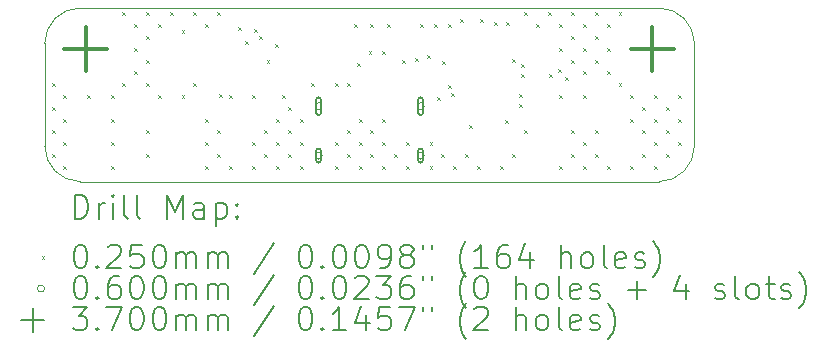
<source format=gbr>
%FSLAX45Y45*%
G04 Gerber Fmt 4.5, Leading zero omitted, Abs format (unit mm)*
G04 Created by KiCad (PCBNEW (6.0.0)) date 2022-02-03 13:29:59*
%MOMM*%
%LPD*%
G01*
G04 APERTURE LIST*
%TA.AperFunction,Profile*%
%ADD10C,0.050000*%
%TD*%
%ADD11C,0.200000*%
%ADD12C,0.025000*%
%ADD13C,0.060000*%
%ADD14C,0.370000*%
G04 APERTURE END LIST*
D10*
X11730000Y-9120000D02*
G75*
G03*
X12030000Y-9420000I300000J0D01*
G01*
X17230000Y-8250000D02*
X17230000Y-9120000D01*
X16930000Y-9420000D02*
X12030000Y-9420000D01*
X17230000Y-8250000D02*
G75*
G03*
X16930000Y-7950000I-300000J0D01*
G01*
X16930000Y-9420000D02*
G75*
G03*
X17230000Y-9120000I0J300000D01*
G01*
X12030000Y-7950000D02*
X16930000Y-7950000D01*
X12030000Y-7950000D02*
G75*
G03*
X11730000Y-8250000I0J-300000D01*
G01*
X11730000Y-8250000D02*
X11730000Y-9120000D01*
D11*
D12*
X11787500Y-8587500D02*
X11812500Y-8612500D01*
X11812500Y-8587500D02*
X11787500Y-8612500D01*
X11787500Y-8787500D02*
X11812500Y-8812500D01*
X11812500Y-8787500D02*
X11787500Y-8812500D01*
X11787500Y-8987500D02*
X11812500Y-9012500D01*
X11812500Y-8987500D02*
X11787500Y-9012500D01*
X11787500Y-9187500D02*
X11812500Y-9212500D01*
X11812500Y-9187500D02*
X11787500Y-9212500D01*
X11887500Y-8687500D02*
X11912500Y-8712500D01*
X11912500Y-8687500D02*
X11887500Y-8712500D01*
X11887500Y-8887500D02*
X11912500Y-8912500D01*
X11912500Y-8887500D02*
X11887500Y-8912500D01*
X11887500Y-9087500D02*
X11912500Y-9112500D01*
X11912500Y-9087500D02*
X11887500Y-9112500D01*
X11887500Y-9287500D02*
X11912500Y-9312500D01*
X11912500Y-9287500D02*
X11887500Y-9312500D01*
X12087500Y-8687500D02*
X12112500Y-8712500D01*
X12112500Y-8687500D02*
X12087500Y-8712500D01*
X12287500Y-8687500D02*
X12312500Y-8712500D01*
X12312500Y-8687500D02*
X12287500Y-8712500D01*
X12287500Y-8887500D02*
X12312500Y-8912500D01*
X12312500Y-8887500D02*
X12287500Y-8912500D01*
X12287500Y-9087500D02*
X12312500Y-9112500D01*
X12312500Y-9087500D02*
X12287500Y-9112500D01*
X12287500Y-9287500D02*
X12312500Y-9312500D01*
X12312500Y-9287500D02*
X12287500Y-9312500D01*
X12387500Y-7987500D02*
X12412500Y-8012500D01*
X12412500Y-7987500D02*
X12387500Y-8012500D01*
X12387500Y-8587500D02*
X12412500Y-8612500D01*
X12412500Y-8587500D02*
X12387500Y-8612500D01*
X12487500Y-8087500D02*
X12512500Y-8112500D01*
X12512500Y-8087500D02*
X12487500Y-8112500D01*
X12487500Y-8287500D02*
X12512500Y-8312500D01*
X12512500Y-8287500D02*
X12487500Y-8312500D01*
X12487500Y-8487500D02*
X12512500Y-8512500D01*
X12512500Y-8487500D02*
X12487500Y-8512500D01*
X12587500Y-7987500D02*
X12612500Y-8012500D01*
X12612500Y-7987500D02*
X12587500Y-8012500D01*
X12587500Y-8187500D02*
X12612500Y-8212500D01*
X12612500Y-8187500D02*
X12587500Y-8212500D01*
X12587500Y-8387500D02*
X12612500Y-8412500D01*
X12612500Y-8387500D02*
X12587500Y-8412500D01*
X12587500Y-8587500D02*
X12612500Y-8612500D01*
X12612500Y-8587500D02*
X12587500Y-8612500D01*
X12587500Y-8987500D02*
X12612500Y-9012500D01*
X12612500Y-8987500D02*
X12587500Y-9012500D01*
X12587500Y-9187500D02*
X12612500Y-9212500D01*
X12612500Y-9187500D02*
X12587500Y-9212500D01*
X12687500Y-8087500D02*
X12712500Y-8112500D01*
X12712500Y-8087500D02*
X12687500Y-8112500D01*
X12687500Y-8687500D02*
X12712500Y-8712500D01*
X12712500Y-8687500D02*
X12687500Y-8712500D01*
X12787500Y-7987500D02*
X12812500Y-8012500D01*
X12812500Y-7987500D02*
X12787500Y-8012500D01*
X12887500Y-8137500D02*
X12912500Y-8162500D01*
X12912500Y-8137500D02*
X12887500Y-8162500D01*
X12887500Y-8687500D02*
X12912500Y-8712500D01*
X12912500Y-8687500D02*
X12887500Y-8712500D01*
X12987500Y-7987500D02*
X13012500Y-8012500D01*
X13012500Y-7987500D02*
X12987500Y-8012500D01*
X12987500Y-8587500D02*
X13012500Y-8612500D01*
X13012500Y-8587500D02*
X12987500Y-8612500D01*
X13087500Y-8087500D02*
X13112500Y-8112500D01*
X13112500Y-8087500D02*
X13087500Y-8112500D01*
X13087500Y-8887500D02*
X13112500Y-8912500D01*
X13112500Y-8887500D02*
X13087500Y-8912500D01*
X13087500Y-9087500D02*
X13112500Y-9112500D01*
X13112500Y-9087500D02*
X13087500Y-9112500D01*
X13087500Y-9287500D02*
X13112500Y-9312500D01*
X13112500Y-9287500D02*
X13087500Y-9312500D01*
X13187500Y-7987500D02*
X13212500Y-8012500D01*
X13212500Y-7987500D02*
X13187500Y-8012500D01*
X13187500Y-8987500D02*
X13212500Y-9012500D01*
X13212500Y-8987500D02*
X13187500Y-9012500D01*
X13187500Y-9187500D02*
X13212500Y-9212500D01*
X13212500Y-9187500D02*
X13187500Y-9212500D01*
X13207500Y-8677500D02*
X13232500Y-8702500D01*
X13232500Y-8677500D02*
X13207500Y-8702500D01*
X13287500Y-8687500D02*
X13312500Y-8712500D01*
X13312500Y-8687500D02*
X13287500Y-8712500D01*
X13287500Y-9287500D02*
X13312500Y-9312500D01*
X13312500Y-9287500D02*
X13287500Y-9312500D01*
X13367500Y-8107950D02*
X13392500Y-8132950D01*
X13392500Y-8107950D02*
X13367500Y-8132950D01*
X13422500Y-8232500D02*
X13447500Y-8257500D01*
X13447500Y-8232500D02*
X13422500Y-8257500D01*
X13487500Y-8687500D02*
X13512500Y-8712500D01*
X13512500Y-8687500D02*
X13487500Y-8712500D01*
X13487500Y-9087500D02*
X13512500Y-9112500D01*
X13512500Y-9087500D02*
X13487500Y-9112500D01*
X13487500Y-9287500D02*
X13512500Y-9312500D01*
X13512500Y-9287500D02*
X13487500Y-9312500D01*
X13502500Y-8127500D02*
X13527500Y-8152500D01*
X13527500Y-8127500D02*
X13502500Y-8152500D01*
X13547500Y-8190000D02*
X13572500Y-8215000D01*
X13572500Y-8190000D02*
X13547500Y-8215000D01*
X13587500Y-8987500D02*
X13612500Y-9012500D01*
X13612500Y-8987500D02*
X13587500Y-9012500D01*
X13587500Y-9187500D02*
X13612500Y-9212500D01*
X13612500Y-9187500D02*
X13587500Y-9212500D01*
X13607500Y-8387500D02*
X13632500Y-8412500D01*
X13632500Y-8387500D02*
X13607500Y-8412500D01*
X13682500Y-8257500D02*
X13707500Y-8282500D01*
X13707500Y-8257500D02*
X13682500Y-8282500D01*
X13687500Y-8887500D02*
X13712500Y-8912500D01*
X13712500Y-8887500D02*
X13687500Y-8912500D01*
X13687500Y-9087500D02*
X13712500Y-9112500D01*
X13712500Y-9087500D02*
X13687500Y-9112500D01*
X13687500Y-9287500D02*
X13712500Y-9312500D01*
X13712500Y-9287500D02*
X13687500Y-9312500D01*
X13742500Y-8687500D02*
X13767500Y-8712500D01*
X13767500Y-8687500D02*
X13742500Y-8712500D01*
X13787500Y-8787500D02*
X13812500Y-8812500D01*
X13812500Y-8787500D02*
X13787500Y-8812500D01*
X13787500Y-8987500D02*
X13812500Y-9012500D01*
X13812500Y-8987500D02*
X13787500Y-9012500D01*
X13787500Y-9187500D02*
X13812500Y-9212500D01*
X13812500Y-9187500D02*
X13787500Y-9212500D01*
X13887500Y-8887500D02*
X13912500Y-8912500D01*
X13912500Y-8887500D02*
X13887500Y-8912500D01*
X13887500Y-9087500D02*
X13912500Y-9112500D01*
X13912500Y-9087500D02*
X13887500Y-9112500D01*
X13887500Y-9287500D02*
X13912500Y-9312500D01*
X13912500Y-9287500D02*
X13887500Y-9312500D01*
X13987500Y-8587500D02*
X14012500Y-8612500D01*
X14012500Y-8587500D02*
X13987500Y-8612500D01*
X14187500Y-8587500D02*
X14212500Y-8612500D01*
X14212500Y-8587500D02*
X14187500Y-8612500D01*
X14187500Y-9087500D02*
X14212500Y-9112500D01*
X14212500Y-9087500D02*
X14187500Y-9112500D01*
X14187500Y-9287500D02*
X14212500Y-9312500D01*
X14212500Y-9287500D02*
X14187500Y-9312500D01*
X14287500Y-8587500D02*
X14312500Y-8612500D01*
X14312500Y-8587500D02*
X14287500Y-8612500D01*
X14287500Y-8987500D02*
X14312500Y-9012500D01*
X14312500Y-8987500D02*
X14287500Y-9012500D01*
X14287500Y-9187500D02*
X14312500Y-9212500D01*
X14312500Y-9187500D02*
X14287500Y-9212500D01*
X14347500Y-8087500D02*
X14372500Y-8112500D01*
X14372500Y-8087500D02*
X14347500Y-8112500D01*
X14372500Y-8414500D02*
X14397500Y-8439500D01*
X14397500Y-8414500D02*
X14372500Y-8439500D01*
X14387500Y-8887500D02*
X14412500Y-8912500D01*
X14412500Y-8887500D02*
X14387500Y-8912500D01*
X14387500Y-9087500D02*
X14412500Y-9112500D01*
X14412500Y-9087500D02*
X14387500Y-9112500D01*
X14387500Y-9287500D02*
X14412500Y-9312500D01*
X14412500Y-9287500D02*
X14387500Y-9312500D01*
X14470909Y-8313554D02*
X14495909Y-8338554D01*
X14495909Y-8313554D02*
X14470909Y-8338554D01*
X14487500Y-8087500D02*
X14512500Y-8112500D01*
X14512500Y-8087500D02*
X14487500Y-8112500D01*
X14487500Y-8987500D02*
X14512500Y-9012500D01*
X14512500Y-8987500D02*
X14487500Y-9012500D01*
X14487500Y-9187500D02*
X14512500Y-9212500D01*
X14512500Y-9187500D02*
X14487500Y-9212500D01*
X14587447Y-8312550D02*
X14612447Y-8337550D01*
X14612447Y-8312550D02*
X14587447Y-8337550D01*
X14587500Y-8887500D02*
X14612500Y-8912500D01*
X14612500Y-8887500D02*
X14587500Y-8912500D01*
X14587500Y-9087500D02*
X14612500Y-9112500D01*
X14612500Y-9087500D02*
X14587500Y-9112500D01*
X14587500Y-9287500D02*
X14612500Y-9312500D01*
X14612500Y-9287500D02*
X14587500Y-9312500D01*
X14627500Y-8087500D02*
X14652500Y-8112500D01*
X14652500Y-8087500D02*
X14627500Y-8112500D01*
X14687500Y-9187500D02*
X14712500Y-9212500D01*
X14712500Y-9187500D02*
X14687500Y-9212500D01*
X14757500Y-8387500D02*
X14782500Y-8412500D01*
X14782500Y-8387500D02*
X14757500Y-8412500D01*
X14787500Y-9087500D02*
X14812500Y-9112500D01*
X14812500Y-9087500D02*
X14787500Y-9112500D01*
X14787500Y-9287500D02*
X14812500Y-9312500D01*
X14812500Y-9287500D02*
X14787500Y-9312500D01*
X14862500Y-8372500D02*
X14887500Y-8397500D01*
X14887500Y-8372500D02*
X14862500Y-8397500D01*
X14907500Y-8087500D02*
X14932500Y-8112500D01*
X14932500Y-8087500D02*
X14907500Y-8112500D01*
X14967500Y-8347500D02*
X14992500Y-8372500D01*
X14992500Y-8347500D02*
X14967500Y-8372500D01*
X14987500Y-9087500D02*
X15012500Y-9112500D01*
X15012500Y-9087500D02*
X14987500Y-9112500D01*
X14987500Y-9287500D02*
X15012500Y-9312500D01*
X15012500Y-9287500D02*
X14987500Y-9312500D01*
X15027500Y-8087500D02*
X15052500Y-8112500D01*
X15052500Y-8087500D02*
X15027500Y-8112500D01*
X15047500Y-8707500D02*
X15072500Y-8732500D01*
X15072500Y-8707500D02*
X15047500Y-8732500D01*
X15087500Y-9187500D02*
X15112500Y-9212500D01*
X15112500Y-9187500D02*
X15087500Y-9212500D01*
X15092724Y-8397827D02*
X15117724Y-8422827D01*
X15117724Y-8397827D02*
X15092724Y-8422827D01*
X15142500Y-8602500D02*
X15167500Y-8627500D01*
X15167500Y-8602500D02*
X15142500Y-8627500D01*
X15147500Y-8087500D02*
X15172500Y-8112500D01*
X15172500Y-8087500D02*
X15147500Y-8112500D01*
X15172500Y-8672500D02*
X15197500Y-8697500D01*
X15197500Y-8672500D02*
X15172500Y-8697500D01*
X15187500Y-9287500D02*
X15212500Y-9312500D01*
X15212500Y-9287500D02*
X15187500Y-9312500D01*
X15247500Y-8047500D02*
X15272500Y-8072500D01*
X15272500Y-8047500D02*
X15247500Y-8072500D01*
X15287500Y-9187500D02*
X15312500Y-9212500D01*
X15312500Y-9187500D02*
X15287500Y-9212500D01*
X15322500Y-8942500D02*
X15347500Y-8967500D01*
X15347500Y-8942500D02*
X15322500Y-8967500D01*
X15387500Y-9287500D02*
X15412500Y-9312500D01*
X15412500Y-9287500D02*
X15387500Y-9312500D01*
X15417500Y-8047500D02*
X15442500Y-8072500D01*
X15442500Y-8047500D02*
X15417500Y-8072500D01*
X15537500Y-8067500D02*
X15562500Y-8092500D01*
X15562500Y-8067500D02*
X15537500Y-8092500D01*
X15587500Y-9287500D02*
X15612500Y-9312500D01*
X15612500Y-9287500D02*
X15587500Y-9312500D01*
X15627500Y-8897500D02*
X15652500Y-8922500D01*
X15652500Y-8897500D02*
X15627500Y-8922500D01*
X15637500Y-8072500D02*
X15662500Y-8097500D01*
X15662500Y-8072500D02*
X15637500Y-8097500D01*
X15687500Y-8380550D02*
X15712500Y-8405550D01*
X15712500Y-8380550D02*
X15687500Y-8405550D01*
X15687500Y-9187500D02*
X15712500Y-9212500D01*
X15712500Y-9187500D02*
X15687500Y-9212500D01*
X15742500Y-8682500D02*
X15767500Y-8707500D01*
X15767500Y-8682500D02*
X15742500Y-8707500D01*
X15742500Y-8767500D02*
X15767500Y-8792500D01*
X15767500Y-8767500D02*
X15742500Y-8792500D01*
X15762500Y-8422500D02*
X15787500Y-8447500D01*
X15787500Y-8422500D02*
X15762500Y-8447500D01*
X15762500Y-8512500D02*
X15787500Y-8537500D01*
X15787500Y-8512500D02*
X15762500Y-8537500D01*
X15787500Y-7987500D02*
X15812500Y-8012500D01*
X15812500Y-7987500D02*
X15787500Y-8012500D01*
X15787500Y-8987500D02*
X15812500Y-9012500D01*
X15812500Y-8987500D02*
X15787500Y-9012500D01*
X15887500Y-8087500D02*
X15912500Y-8112500D01*
X15912500Y-8087500D02*
X15887500Y-8112500D01*
X15987500Y-7987500D02*
X16012500Y-8012500D01*
X16012500Y-7987500D02*
X15987500Y-8012500D01*
X15997500Y-8507500D02*
X16022500Y-8532500D01*
X16022500Y-8507500D02*
X15997500Y-8532500D01*
X16072500Y-8467500D02*
X16097500Y-8492500D01*
X16097500Y-8467500D02*
X16072500Y-8492500D01*
X16087500Y-8087500D02*
X16112500Y-8112500D01*
X16112500Y-8087500D02*
X16087500Y-8112500D01*
X16087500Y-8287500D02*
X16112500Y-8312500D01*
X16112500Y-8287500D02*
X16087500Y-8312500D01*
X16087500Y-8687500D02*
X16112500Y-8712500D01*
X16112500Y-8687500D02*
X16087500Y-8712500D01*
X16087500Y-9287500D02*
X16112500Y-9312500D01*
X16112500Y-9287500D02*
X16087500Y-9312500D01*
X16132500Y-8537500D02*
X16157500Y-8562500D01*
X16157500Y-8537500D02*
X16132500Y-8562500D01*
X16187500Y-7987500D02*
X16212500Y-8012500D01*
X16212500Y-7987500D02*
X16187500Y-8012500D01*
X16187500Y-8187500D02*
X16212500Y-8212500D01*
X16212500Y-8187500D02*
X16187500Y-8212500D01*
X16187500Y-8387500D02*
X16212500Y-8412500D01*
X16212500Y-8387500D02*
X16187500Y-8412500D01*
X16187500Y-8987500D02*
X16212500Y-9012500D01*
X16212500Y-8987500D02*
X16187500Y-9012500D01*
X16187500Y-9187500D02*
X16212500Y-9212500D01*
X16212500Y-9187500D02*
X16187500Y-9212500D01*
X16287500Y-8087500D02*
X16312500Y-8112500D01*
X16312500Y-8087500D02*
X16287500Y-8112500D01*
X16287500Y-8287500D02*
X16312500Y-8312500D01*
X16312500Y-8287500D02*
X16287500Y-8312500D01*
X16287500Y-8487500D02*
X16312500Y-8512500D01*
X16312500Y-8487500D02*
X16287500Y-8512500D01*
X16287500Y-8687500D02*
X16312500Y-8712500D01*
X16312500Y-8687500D02*
X16287500Y-8712500D01*
X16287500Y-9087500D02*
X16312500Y-9112500D01*
X16312500Y-9087500D02*
X16287500Y-9112500D01*
X16287500Y-9287500D02*
X16312500Y-9312500D01*
X16312500Y-9287500D02*
X16287500Y-9312500D01*
X16387500Y-7987500D02*
X16412500Y-8012500D01*
X16412500Y-7987500D02*
X16387500Y-8012500D01*
X16387500Y-8187500D02*
X16412500Y-8212500D01*
X16412500Y-8187500D02*
X16387500Y-8212500D01*
X16387500Y-8387500D02*
X16412500Y-8412500D01*
X16412500Y-8387500D02*
X16387500Y-8412500D01*
X16387500Y-8987500D02*
X16412500Y-9012500D01*
X16412500Y-8987500D02*
X16387500Y-9012500D01*
X16387500Y-9187500D02*
X16412500Y-9212500D01*
X16412500Y-9187500D02*
X16387500Y-9212500D01*
X16487500Y-8087500D02*
X16512500Y-8112500D01*
X16512500Y-8087500D02*
X16487500Y-8112500D01*
X16487500Y-8287500D02*
X16512500Y-8312500D01*
X16512500Y-8287500D02*
X16487500Y-8312500D01*
X16487500Y-8487500D02*
X16512500Y-8512500D01*
X16512500Y-8487500D02*
X16487500Y-8512500D01*
X16487500Y-9287500D02*
X16512500Y-9312500D01*
X16512500Y-9287500D02*
X16487500Y-9312500D01*
X16587500Y-7987500D02*
X16612500Y-8012500D01*
X16612500Y-7987500D02*
X16587500Y-8012500D01*
X16587500Y-8587500D02*
X16612500Y-8612500D01*
X16612500Y-8587500D02*
X16587500Y-8612500D01*
X16687500Y-8687500D02*
X16712500Y-8712500D01*
X16712500Y-8687500D02*
X16687500Y-8712500D01*
X16687500Y-8887500D02*
X16712500Y-8912500D01*
X16712500Y-8887500D02*
X16687500Y-8912500D01*
X16687500Y-9287500D02*
X16712500Y-9312500D01*
X16712500Y-9287500D02*
X16687500Y-9312500D01*
X16787500Y-8787500D02*
X16812500Y-8812500D01*
X16812500Y-8787500D02*
X16787500Y-8812500D01*
X16787500Y-8987500D02*
X16812500Y-9012500D01*
X16812500Y-8987500D02*
X16787500Y-9012500D01*
X16787500Y-9187500D02*
X16812500Y-9212500D01*
X16812500Y-9187500D02*
X16787500Y-9212500D01*
X16887500Y-8687500D02*
X16912500Y-8712500D01*
X16912500Y-8687500D02*
X16887500Y-8712500D01*
X16887500Y-8887500D02*
X16912500Y-8912500D01*
X16912500Y-8887500D02*
X16887500Y-8912500D01*
X16887500Y-9087500D02*
X16912500Y-9112500D01*
X16912500Y-9087500D02*
X16887500Y-9112500D01*
X16887500Y-9287500D02*
X16912500Y-9312500D01*
X16912500Y-9287500D02*
X16887500Y-9312500D01*
X16987500Y-8787500D02*
X17012500Y-8812500D01*
X17012500Y-8787500D02*
X16987500Y-8812500D01*
X16987500Y-8987500D02*
X17012500Y-9012500D01*
X17012500Y-8987500D02*
X16987500Y-9012500D01*
X16987500Y-9187500D02*
X17012500Y-9212500D01*
X17012500Y-9187500D02*
X16987500Y-9212500D01*
X17087500Y-8687500D02*
X17112500Y-8712500D01*
X17112500Y-8687500D02*
X17087500Y-8712500D01*
X17087500Y-8887500D02*
X17112500Y-8912500D01*
X17112500Y-8887500D02*
X17087500Y-8912500D01*
X17087500Y-9087500D02*
X17112500Y-9112500D01*
X17112500Y-9087500D02*
X17087500Y-9112500D01*
D13*
X14078000Y-8782000D02*
G75*
G03*
X14078000Y-8782000I-30000J0D01*
G01*
D11*
X14028000Y-8727000D02*
X14028000Y-8837000D01*
X14068000Y-8727000D02*
X14068000Y-8837000D01*
X14028000Y-8837000D02*
G75*
G03*
X14068000Y-8837000I20000J0D01*
G01*
X14068000Y-8727000D02*
G75*
G03*
X14028000Y-8727000I-20000J0D01*
G01*
D13*
X14078000Y-9200000D02*
G75*
G03*
X14078000Y-9200000I-30000J0D01*
G01*
D11*
X14028000Y-9160000D02*
X14028000Y-9240000D01*
X14068000Y-9160000D02*
X14068000Y-9240000D01*
X14028000Y-9240000D02*
G75*
G03*
X14068000Y-9240000I20000J0D01*
G01*
X14068000Y-9160000D02*
G75*
G03*
X14028000Y-9160000I-20000J0D01*
G01*
D13*
X14942000Y-8782000D02*
G75*
G03*
X14942000Y-8782000I-30000J0D01*
G01*
D11*
X14892000Y-8727000D02*
X14892000Y-8837000D01*
X14932000Y-8727000D02*
X14932000Y-8837000D01*
X14892000Y-8837000D02*
G75*
G03*
X14932000Y-8837000I20000J0D01*
G01*
X14932000Y-8727000D02*
G75*
G03*
X14892000Y-8727000I-20000J0D01*
G01*
D13*
X14942000Y-9200000D02*
G75*
G03*
X14942000Y-9200000I-30000J0D01*
G01*
D11*
X14892000Y-9160000D02*
X14892000Y-9240000D01*
X14932000Y-9160000D02*
X14932000Y-9240000D01*
X14892000Y-9240000D02*
G75*
G03*
X14932000Y-9240000I20000J0D01*
G01*
X14932000Y-9160000D02*
G75*
G03*
X14892000Y-9160000I-20000J0D01*
G01*
D14*
X12075000Y-8110000D02*
X12075000Y-8480000D01*
X11890000Y-8295000D02*
X12260000Y-8295000D01*
X16875000Y-8110000D02*
X16875000Y-8480000D01*
X16690000Y-8295000D02*
X17060000Y-8295000D01*
D11*
X11985119Y-9732976D02*
X11985119Y-9532976D01*
X12032738Y-9532976D01*
X12061309Y-9542500D01*
X12080357Y-9561548D01*
X12089881Y-9580595D01*
X12099405Y-9618690D01*
X12099405Y-9647262D01*
X12089881Y-9685357D01*
X12080357Y-9704405D01*
X12061309Y-9723452D01*
X12032738Y-9732976D01*
X11985119Y-9732976D01*
X12185119Y-9732976D02*
X12185119Y-9599643D01*
X12185119Y-9637738D02*
X12194643Y-9618690D01*
X12204167Y-9609167D01*
X12223214Y-9599643D01*
X12242262Y-9599643D01*
X12308928Y-9732976D02*
X12308928Y-9599643D01*
X12308928Y-9532976D02*
X12299405Y-9542500D01*
X12308928Y-9552024D01*
X12318452Y-9542500D01*
X12308928Y-9532976D01*
X12308928Y-9552024D01*
X12432738Y-9732976D02*
X12413690Y-9723452D01*
X12404167Y-9704405D01*
X12404167Y-9532976D01*
X12537500Y-9732976D02*
X12518452Y-9723452D01*
X12508928Y-9704405D01*
X12508928Y-9532976D01*
X12766071Y-9732976D02*
X12766071Y-9532976D01*
X12832738Y-9675833D01*
X12899405Y-9532976D01*
X12899405Y-9732976D01*
X13080357Y-9732976D02*
X13080357Y-9628214D01*
X13070833Y-9609167D01*
X13051786Y-9599643D01*
X13013690Y-9599643D01*
X12994643Y-9609167D01*
X13080357Y-9723452D02*
X13061309Y-9732976D01*
X13013690Y-9732976D01*
X12994643Y-9723452D01*
X12985119Y-9704405D01*
X12985119Y-9685357D01*
X12994643Y-9666310D01*
X13013690Y-9656786D01*
X13061309Y-9656786D01*
X13080357Y-9647262D01*
X13175595Y-9599643D02*
X13175595Y-9799643D01*
X13175595Y-9609167D02*
X13194643Y-9599643D01*
X13232738Y-9599643D01*
X13251786Y-9609167D01*
X13261309Y-9618690D01*
X13270833Y-9637738D01*
X13270833Y-9694881D01*
X13261309Y-9713929D01*
X13251786Y-9723452D01*
X13232738Y-9732976D01*
X13194643Y-9732976D01*
X13175595Y-9723452D01*
X13356548Y-9713929D02*
X13366071Y-9723452D01*
X13356548Y-9732976D01*
X13347024Y-9723452D01*
X13356548Y-9713929D01*
X13356548Y-9732976D01*
X13356548Y-9609167D02*
X13366071Y-9618690D01*
X13356548Y-9628214D01*
X13347024Y-9618690D01*
X13356548Y-9609167D01*
X13356548Y-9628214D01*
D12*
X11702500Y-10050000D02*
X11727500Y-10075000D01*
X11727500Y-10050000D02*
X11702500Y-10075000D01*
D11*
X12023214Y-9952976D02*
X12042262Y-9952976D01*
X12061309Y-9962500D01*
X12070833Y-9972024D01*
X12080357Y-9991071D01*
X12089881Y-10029167D01*
X12089881Y-10076786D01*
X12080357Y-10114881D01*
X12070833Y-10133929D01*
X12061309Y-10143452D01*
X12042262Y-10152976D01*
X12023214Y-10152976D01*
X12004167Y-10143452D01*
X11994643Y-10133929D01*
X11985119Y-10114881D01*
X11975595Y-10076786D01*
X11975595Y-10029167D01*
X11985119Y-9991071D01*
X11994643Y-9972024D01*
X12004167Y-9962500D01*
X12023214Y-9952976D01*
X12175595Y-10133929D02*
X12185119Y-10143452D01*
X12175595Y-10152976D01*
X12166071Y-10143452D01*
X12175595Y-10133929D01*
X12175595Y-10152976D01*
X12261309Y-9972024D02*
X12270833Y-9962500D01*
X12289881Y-9952976D01*
X12337500Y-9952976D01*
X12356548Y-9962500D01*
X12366071Y-9972024D01*
X12375595Y-9991071D01*
X12375595Y-10010119D01*
X12366071Y-10038690D01*
X12251786Y-10152976D01*
X12375595Y-10152976D01*
X12556548Y-9952976D02*
X12461309Y-9952976D01*
X12451786Y-10048214D01*
X12461309Y-10038690D01*
X12480357Y-10029167D01*
X12527976Y-10029167D01*
X12547024Y-10038690D01*
X12556548Y-10048214D01*
X12566071Y-10067262D01*
X12566071Y-10114881D01*
X12556548Y-10133929D01*
X12547024Y-10143452D01*
X12527976Y-10152976D01*
X12480357Y-10152976D01*
X12461309Y-10143452D01*
X12451786Y-10133929D01*
X12689881Y-9952976D02*
X12708928Y-9952976D01*
X12727976Y-9962500D01*
X12737500Y-9972024D01*
X12747024Y-9991071D01*
X12756548Y-10029167D01*
X12756548Y-10076786D01*
X12747024Y-10114881D01*
X12737500Y-10133929D01*
X12727976Y-10143452D01*
X12708928Y-10152976D01*
X12689881Y-10152976D01*
X12670833Y-10143452D01*
X12661309Y-10133929D01*
X12651786Y-10114881D01*
X12642262Y-10076786D01*
X12642262Y-10029167D01*
X12651786Y-9991071D01*
X12661309Y-9972024D01*
X12670833Y-9962500D01*
X12689881Y-9952976D01*
X12842262Y-10152976D02*
X12842262Y-10019643D01*
X12842262Y-10038690D02*
X12851786Y-10029167D01*
X12870833Y-10019643D01*
X12899405Y-10019643D01*
X12918452Y-10029167D01*
X12927976Y-10048214D01*
X12927976Y-10152976D01*
X12927976Y-10048214D02*
X12937500Y-10029167D01*
X12956548Y-10019643D01*
X12985119Y-10019643D01*
X13004167Y-10029167D01*
X13013690Y-10048214D01*
X13013690Y-10152976D01*
X13108928Y-10152976D02*
X13108928Y-10019643D01*
X13108928Y-10038690D02*
X13118452Y-10029167D01*
X13137500Y-10019643D01*
X13166071Y-10019643D01*
X13185119Y-10029167D01*
X13194643Y-10048214D01*
X13194643Y-10152976D01*
X13194643Y-10048214D02*
X13204167Y-10029167D01*
X13223214Y-10019643D01*
X13251786Y-10019643D01*
X13270833Y-10029167D01*
X13280357Y-10048214D01*
X13280357Y-10152976D01*
X13670833Y-9943452D02*
X13499405Y-10200595D01*
X13927976Y-9952976D02*
X13947024Y-9952976D01*
X13966071Y-9962500D01*
X13975595Y-9972024D01*
X13985119Y-9991071D01*
X13994643Y-10029167D01*
X13994643Y-10076786D01*
X13985119Y-10114881D01*
X13975595Y-10133929D01*
X13966071Y-10143452D01*
X13947024Y-10152976D01*
X13927976Y-10152976D01*
X13908928Y-10143452D01*
X13899405Y-10133929D01*
X13889881Y-10114881D01*
X13880357Y-10076786D01*
X13880357Y-10029167D01*
X13889881Y-9991071D01*
X13899405Y-9972024D01*
X13908928Y-9962500D01*
X13927976Y-9952976D01*
X14080357Y-10133929D02*
X14089881Y-10143452D01*
X14080357Y-10152976D01*
X14070833Y-10143452D01*
X14080357Y-10133929D01*
X14080357Y-10152976D01*
X14213690Y-9952976D02*
X14232738Y-9952976D01*
X14251786Y-9962500D01*
X14261309Y-9972024D01*
X14270833Y-9991071D01*
X14280357Y-10029167D01*
X14280357Y-10076786D01*
X14270833Y-10114881D01*
X14261309Y-10133929D01*
X14251786Y-10143452D01*
X14232738Y-10152976D01*
X14213690Y-10152976D01*
X14194643Y-10143452D01*
X14185119Y-10133929D01*
X14175595Y-10114881D01*
X14166071Y-10076786D01*
X14166071Y-10029167D01*
X14175595Y-9991071D01*
X14185119Y-9972024D01*
X14194643Y-9962500D01*
X14213690Y-9952976D01*
X14404167Y-9952976D02*
X14423214Y-9952976D01*
X14442262Y-9962500D01*
X14451786Y-9972024D01*
X14461309Y-9991071D01*
X14470833Y-10029167D01*
X14470833Y-10076786D01*
X14461309Y-10114881D01*
X14451786Y-10133929D01*
X14442262Y-10143452D01*
X14423214Y-10152976D01*
X14404167Y-10152976D01*
X14385119Y-10143452D01*
X14375595Y-10133929D01*
X14366071Y-10114881D01*
X14356548Y-10076786D01*
X14356548Y-10029167D01*
X14366071Y-9991071D01*
X14375595Y-9972024D01*
X14385119Y-9962500D01*
X14404167Y-9952976D01*
X14566071Y-10152976D02*
X14604167Y-10152976D01*
X14623214Y-10143452D01*
X14632738Y-10133929D01*
X14651786Y-10105357D01*
X14661309Y-10067262D01*
X14661309Y-9991071D01*
X14651786Y-9972024D01*
X14642262Y-9962500D01*
X14623214Y-9952976D01*
X14585119Y-9952976D01*
X14566071Y-9962500D01*
X14556548Y-9972024D01*
X14547024Y-9991071D01*
X14547024Y-10038690D01*
X14556548Y-10057738D01*
X14566071Y-10067262D01*
X14585119Y-10076786D01*
X14623214Y-10076786D01*
X14642262Y-10067262D01*
X14651786Y-10057738D01*
X14661309Y-10038690D01*
X14775595Y-10038690D02*
X14756548Y-10029167D01*
X14747024Y-10019643D01*
X14737500Y-10000595D01*
X14737500Y-9991071D01*
X14747024Y-9972024D01*
X14756548Y-9962500D01*
X14775595Y-9952976D01*
X14813690Y-9952976D01*
X14832738Y-9962500D01*
X14842262Y-9972024D01*
X14851786Y-9991071D01*
X14851786Y-10000595D01*
X14842262Y-10019643D01*
X14832738Y-10029167D01*
X14813690Y-10038690D01*
X14775595Y-10038690D01*
X14756548Y-10048214D01*
X14747024Y-10057738D01*
X14737500Y-10076786D01*
X14737500Y-10114881D01*
X14747024Y-10133929D01*
X14756548Y-10143452D01*
X14775595Y-10152976D01*
X14813690Y-10152976D01*
X14832738Y-10143452D01*
X14842262Y-10133929D01*
X14851786Y-10114881D01*
X14851786Y-10076786D01*
X14842262Y-10057738D01*
X14832738Y-10048214D01*
X14813690Y-10038690D01*
X14927976Y-9952976D02*
X14927976Y-9991071D01*
X15004167Y-9952976D02*
X15004167Y-9991071D01*
X15299405Y-10229167D02*
X15289881Y-10219643D01*
X15270833Y-10191071D01*
X15261309Y-10172024D01*
X15251786Y-10143452D01*
X15242262Y-10095833D01*
X15242262Y-10057738D01*
X15251786Y-10010119D01*
X15261309Y-9981548D01*
X15270833Y-9962500D01*
X15289881Y-9933929D01*
X15299405Y-9924405D01*
X15480357Y-10152976D02*
X15366071Y-10152976D01*
X15423214Y-10152976D02*
X15423214Y-9952976D01*
X15404167Y-9981548D01*
X15385119Y-10000595D01*
X15366071Y-10010119D01*
X15651786Y-9952976D02*
X15613690Y-9952976D01*
X15594643Y-9962500D01*
X15585119Y-9972024D01*
X15566071Y-10000595D01*
X15556548Y-10038690D01*
X15556548Y-10114881D01*
X15566071Y-10133929D01*
X15575595Y-10143452D01*
X15594643Y-10152976D01*
X15632738Y-10152976D01*
X15651786Y-10143452D01*
X15661309Y-10133929D01*
X15670833Y-10114881D01*
X15670833Y-10067262D01*
X15661309Y-10048214D01*
X15651786Y-10038690D01*
X15632738Y-10029167D01*
X15594643Y-10029167D01*
X15575595Y-10038690D01*
X15566071Y-10048214D01*
X15556548Y-10067262D01*
X15842262Y-10019643D02*
X15842262Y-10152976D01*
X15794643Y-9943452D02*
X15747024Y-10086310D01*
X15870833Y-10086310D01*
X16099405Y-10152976D02*
X16099405Y-9952976D01*
X16185119Y-10152976D02*
X16185119Y-10048214D01*
X16175595Y-10029167D01*
X16156548Y-10019643D01*
X16127976Y-10019643D01*
X16108928Y-10029167D01*
X16099405Y-10038690D01*
X16308928Y-10152976D02*
X16289881Y-10143452D01*
X16280357Y-10133929D01*
X16270833Y-10114881D01*
X16270833Y-10057738D01*
X16280357Y-10038690D01*
X16289881Y-10029167D01*
X16308928Y-10019643D01*
X16337500Y-10019643D01*
X16356548Y-10029167D01*
X16366071Y-10038690D01*
X16375595Y-10057738D01*
X16375595Y-10114881D01*
X16366071Y-10133929D01*
X16356548Y-10143452D01*
X16337500Y-10152976D01*
X16308928Y-10152976D01*
X16489881Y-10152976D02*
X16470833Y-10143452D01*
X16461309Y-10124405D01*
X16461309Y-9952976D01*
X16642262Y-10143452D02*
X16623214Y-10152976D01*
X16585119Y-10152976D01*
X16566071Y-10143452D01*
X16556548Y-10124405D01*
X16556548Y-10048214D01*
X16566071Y-10029167D01*
X16585119Y-10019643D01*
X16623214Y-10019643D01*
X16642262Y-10029167D01*
X16651786Y-10048214D01*
X16651786Y-10067262D01*
X16556548Y-10086310D01*
X16727976Y-10143452D02*
X16747024Y-10152976D01*
X16785119Y-10152976D01*
X16804167Y-10143452D01*
X16813690Y-10124405D01*
X16813690Y-10114881D01*
X16804167Y-10095833D01*
X16785119Y-10086310D01*
X16756548Y-10086310D01*
X16737500Y-10076786D01*
X16727976Y-10057738D01*
X16727976Y-10048214D01*
X16737500Y-10029167D01*
X16756548Y-10019643D01*
X16785119Y-10019643D01*
X16804167Y-10029167D01*
X16880357Y-10229167D02*
X16889881Y-10219643D01*
X16908929Y-10191071D01*
X16918452Y-10172024D01*
X16927976Y-10143452D01*
X16937500Y-10095833D01*
X16937500Y-10057738D01*
X16927976Y-10010119D01*
X16918452Y-9981548D01*
X16908929Y-9962500D01*
X16889881Y-9933929D01*
X16880357Y-9924405D01*
D13*
X11727500Y-10326500D02*
G75*
G03*
X11727500Y-10326500I-30000J0D01*
G01*
D11*
X12023214Y-10216976D02*
X12042262Y-10216976D01*
X12061309Y-10226500D01*
X12070833Y-10236024D01*
X12080357Y-10255071D01*
X12089881Y-10293167D01*
X12089881Y-10340786D01*
X12080357Y-10378881D01*
X12070833Y-10397929D01*
X12061309Y-10407452D01*
X12042262Y-10416976D01*
X12023214Y-10416976D01*
X12004167Y-10407452D01*
X11994643Y-10397929D01*
X11985119Y-10378881D01*
X11975595Y-10340786D01*
X11975595Y-10293167D01*
X11985119Y-10255071D01*
X11994643Y-10236024D01*
X12004167Y-10226500D01*
X12023214Y-10216976D01*
X12175595Y-10397929D02*
X12185119Y-10407452D01*
X12175595Y-10416976D01*
X12166071Y-10407452D01*
X12175595Y-10397929D01*
X12175595Y-10416976D01*
X12356548Y-10216976D02*
X12318452Y-10216976D01*
X12299405Y-10226500D01*
X12289881Y-10236024D01*
X12270833Y-10264595D01*
X12261309Y-10302690D01*
X12261309Y-10378881D01*
X12270833Y-10397929D01*
X12280357Y-10407452D01*
X12299405Y-10416976D01*
X12337500Y-10416976D01*
X12356548Y-10407452D01*
X12366071Y-10397929D01*
X12375595Y-10378881D01*
X12375595Y-10331262D01*
X12366071Y-10312214D01*
X12356548Y-10302690D01*
X12337500Y-10293167D01*
X12299405Y-10293167D01*
X12280357Y-10302690D01*
X12270833Y-10312214D01*
X12261309Y-10331262D01*
X12499405Y-10216976D02*
X12518452Y-10216976D01*
X12537500Y-10226500D01*
X12547024Y-10236024D01*
X12556548Y-10255071D01*
X12566071Y-10293167D01*
X12566071Y-10340786D01*
X12556548Y-10378881D01*
X12547024Y-10397929D01*
X12537500Y-10407452D01*
X12518452Y-10416976D01*
X12499405Y-10416976D01*
X12480357Y-10407452D01*
X12470833Y-10397929D01*
X12461309Y-10378881D01*
X12451786Y-10340786D01*
X12451786Y-10293167D01*
X12461309Y-10255071D01*
X12470833Y-10236024D01*
X12480357Y-10226500D01*
X12499405Y-10216976D01*
X12689881Y-10216976D02*
X12708928Y-10216976D01*
X12727976Y-10226500D01*
X12737500Y-10236024D01*
X12747024Y-10255071D01*
X12756548Y-10293167D01*
X12756548Y-10340786D01*
X12747024Y-10378881D01*
X12737500Y-10397929D01*
X12727976Y-10407452D01*
X12708928Y-10416976D01*
X12689881Y-10416976D01*
X12670833Y-10407452D01*
X12661309Y-10397929D01*
X12651786Y-10378881D01*
X12642262Y-10340786D01*
X12642262Y-10293167D01*
X12651786Y-10255071D01*
X12661309Y-10236024D01*
X12670833Y-10226500D01*
X12689881Y-10216976D01*
X12842262Y-10416976D02*
X12842262Y-10283643D01*
X12842262Y-10302690D02*
X12851786Y-10293167D01*
X12870833Y-10283643D01*
X12899405Y-10283643D01*
X12918452Y-10293167D01*
X12927976Y-10312214D01*
X12927976Y-10416976D01*
X12927976Y-10312214D02*
X12937500Y-10293167D01*
X12956548Y-10283643D01*
X12985119Y-10283643D01*
X13004167Y-10293167D01*
X13013690Y-10312214D01*
X13013690Y-10416976D01*
X13108928Y-10416976D02*
X13108928Y-10283643D01*
X13108928Y-10302690D02*
X13118452Y-10293167D01*
X13137500Y-10283643D01*
X13166071Y-10283643D01*
X13185119Y-10293167D01*
X13194643Y-10312214D01*
X13194643Y-10416976D01*
X13194643Y-10312214D02*
X13204167Y-10293167D01*
X13223214Y-10283643D01*
X13251786Y-10283643D01*
X13270833Y-10293167D01*
X13280357Y-10312214D01*
X13280357Y-10416976D01*
X13670833Y-10207452D02*
X13499405Y-10464595D01*
X13927976Y-10216976D02*
X13947024Y-10216976D01*
X13966071Y-10226500D01*
X13975595Y-10236024D01*
X13985119Y-10255071D01*
X13994643Y-10293167D01*
X13994643Y-10340786D01*
X13985119Y-10378881D01*
X13975595Y-10397929D01*
X13966071Y-10407452D01*
X13947024Y-10416976D01*
X13927976Y-10416976D01*
X13908928Y-10407452D01*
X13899405Y-10397929D01*
X13889881Y-10378881D01*
X13880357Y-10340786D01*
X13880357Y-10293167D01*
X13889881Y-10255071D01*
X13899405Y-10236024D01*
X13908928Y-10226500D01*
X13927976Y-10216976D01*
X14080357Y-10397929D02*
X14089881Y-10407452D01*
X14080357Y-10416976D01*
X14070833Y-10407452D01*
X14080357Y-10397929D01*
X14080357Y-10416976D01*
X14213690Y-10216976D02*
X14232738Y-10216976D01*
X14251786Y-10226500D01*
X14261309Y-10236024D01*
X14270833Y-10255071D01*
X14280357Y-10293167D01*
X14280357Y-10340786D01*
X14270833Y-10378881D01*
X14261309Y-10397929D01*
X14251786Y-10407452D01*
X14232738Y-10416976D01*
X14213690Y-10416976D01*
X14194643Y-10407452D01*
X14185119Y-10397929D01*
X14175595Y-10378881D01*
X14166071Y-10340786D01*
X14166071Y-10293167D01*
X14175595Y-10255071D01*
X14185119Y-10236024D01*
X14194643Y-10226500D01*
X14213690Y-10216976D01*
X14356548Y-10236024D02*
X14366071Y-10226500D01*
X14385119Y-10216976D01*
X14432738Y-10216976D01*
X14451786Y-10226500D01*
X14461309Y-10236024D01*
X14470833Y-10255071D01*
X14470833Y-10274119D01*
X14461309Y-10302690D01*
X14347024Y-10416976D01*
X14470833Y-10416976D01*
X14537500Y-10216976D02*
X14661309Y-10216976D01*
X14594643Y-10293167D01*
X14623214Y-10293167D01*
X14642262Y-10302690D01*
X14651786Y-10312214D01*
X14661309Y-10331262D01*
X14661309Y-10378881D01*
X14651786Y-10397929D01*
X14642262Y-10407452D01*
X14623214Y-10416976D01*
X14566071Y-10416976D01*
X14547024Y-10407452D01*
X14537500Y-10397929D01*
X14832738Y-10216976D02*
X14794643Y-10216976D01*
X14775595Y-10226500D01*
X14766071Y-10236024D01*
X14747024Y-10264595D01*
X14737500Y-10302690D01*
X14737500Y-10378881D01*
X14747024Y-10397929D01*
X14756548Y-10407452D01*
X14775595Y-10416976D01*
X14813690Y-10416976D01*
X14832738Y-10407452D01*
X14842262Y-10397929D01*
X14851786Y-10378881D01*
X14851786Y-10331262D01*
X14842262Y-10312214D01*
X14832738Y-10302690D01*
X14813690Y-10293167D01*
X14775595Y-10293167D01*
X14756548Y-10302690D01*
X14747024Y-10312214D01*
X14737500Y-10331262D01*
X14927976Y-10216976D02*
X14927976Y-10255071D01*
X15004167Y-10216976D02*
X15004167Y-10255071D01*
X15299405Y-10493167D02*
X15289881Y-10483643D01*
X15270833Y-10455071D01*
X15261309Y-10436024D01*
X15251786Y-10407452D01*
X15242262Y-10359833D01*
X15242262Y-10321738D01*
X15251786Y-10274119D01*
X15261309Y-10245548D01*
X15270833Y-10226500D01*
X15289881Y-10197929D01*
X15299405Y-10188405D01*
X15413690Y-10216976D02*
X15432738Y-10216976D01*
X15451786Y-10226500D01*
X15461309Y-10236024D01*
X15470833Y-10255071D01*
X15480357Y-10293167D01*
X15480357Y-10340786D01*
X15470833Y-10378881D01*
X15461309Y-10397929D01*
X15451786Y-10407452D01*
X15432738Y-10416976D01*
X15413690Y-10416976D01*
X15394643Y-10407452D01*
X15385119Y-10397929D01*
X15375595Y-10378881D01*
X15366071Y-10340786D01*
X15366071Y-10293167D01*
X15375595Y-10255071D01*
X15385119Y-10236024D01*
X15394643Y-10226500D01*
X15413690Y-10216976D01*
X15718452Y-10416976D02*
X15718452Y-10216976D01*
X15804167Y-10416976D02*
X15804167Y-10312214D01*
X15794643Y-10293167D01*
X15775595Y-10283643D01*
X15747024Y-10283643D01*
X15727976Y-10293167D01*
X15718452Y-10302690D01*
X15927976Y-10416976D02*
X15908928Y-10407452D01*
X15899405Y-10397929D01*
X15889881Y-10378881D01*
X15889881Y-10321738D01*
X15899405Y-10302690D01*
X15908928Y-10293167D01*
X15927976Y-10283643D01*
X15956548Y-10283643D01*
X15975595Y-10293167D01*
X15985119Y-10302690D01*
X15994643Y-10321738D01*
X15994643Y-10378881D01*
X15985119Y-10397929D01*
X15975595Y-10407452D01*
X15956548Y-10416976D01*
X15927976Y-10416976D01*
X16108928Y-10416976D02*
X16089881Y-10407452D01*
X16080357Y-10388405D01*
X16080357Y-10216976D01*
X16261309Y-10407452D02*
X16242262Y-10416976D01*
X16204167Y-10416976D01*
X16185119Y-10407452D01*
X16175595Y-10388405D01*
X16175595Y-10312214D01*
X16185119Y-10293167D01*
X16204167Y-10283643D01*
X16242262Y-10283643D01*
X16261309Y-10293167D01*
X16270833Y-10312214D01*
X16270833Y-10331262D01*
X16175595Y-10350310D01*
X16347024Y-10407452D02*
X16366071Y-10416976D01*
X16404167Y-10416976D01*
X16423214Y-10407452D01*
X16432738Y-10388405D01*
X16432738Y-10378881D01*
X16423214Y-10359833D01*
X16404167Y-10350310D01*
X16375595Y-10350310D01*
X16356548Y-10340786D01*
X16347024Y-10321738D01*
X16347024Y-10312214D01*
X16356548Y-10293167D01*
X16375595Y-10283643D01*
X16404167Y-10283643D01*
X16423214Y-10293167D01*
X16670833Y-10340786D02*
X16823214Y-10340786D01*
X16747024Y-10416976D02*
X16747024Y-10264595D01*
X17156548Y-10283643D02*
X17156548Y-10416976D01*
X17108929Y-10207452D02*
X17061310Y-10350310D01*
X17185119Y-10350310D01*
X17404167Y-10407452D02*
X17423214Y-10416976D01*
X17461310Y-10416976D01*
X17480357Y-10407452D01*
X17489881Y-10388405D01*
X17489881Y-10378881D01*
X17480357Y-10359833D01*
X17461310Y-10350310D01*
X17432738Y-10350310D01*
X17413690Y-10340786D01*
X17404167Y-10321738D01*
X17404167Y-10312214D01*
X17413690Y-10293167D01*
X17432738Y-10283643D01*
X17461310Y-10283643D01*
X17480357Y-10293167D01*
X17604167Y-10416976D02*
X17585119Y-10407452D01*
X17575595Y-10388405D01*
X17575595Y-10216976D01*
X17708929Y-10416976D02*
X17689881Y-10407452D01*
X17680357Y-10397929D01*
X17670833Y-10378881D01*
X17670833Y-10321738D01*
X17680357Y-10302690D01*
X17689881Y-10293167D01*
X17708929Y-10283643D01*
X17737500Y-10283643D01*
X17756548Y-10293167D01*
X17766071Y-10302690D01*
X17775595Y-10321738D01*
X17775595Y-10378881D01*
X17766071Y-10397929D01*
X17756548Y-10407452D01*
X17737500Y-10416976D01*
X17708929Y-10416976D01*
X17832738Y-10283643D02*
X17908929Y-10283643D01*
X17861310Y-10216976D02*
X17861310Y-10388405D01*
X17870833Y-10407452D01*
X17889881Y-10416976D01*
X17908929Y-10416976D01*
X17966071Y-10407452D02*
X17985119Y-10416976D01*
X18023214Y-10416976D01*
X18042262Y-10407452D01*
X18051786Y-10388405D01*
X18051786Y-10378881D01*
X18042262Y-10359833D01*
X18023214Y-10350310D01*
X17994643Y-10350310D01*
X17975595Y-10340786D01*
X17966071Y-10321738D01*
X17966071Y-10312214D01*
X17975595Y-10293167D01*
X17994643Y-10283643D01*
X18023214Y-10283643D01*
X18042262Y-10293167D01*
X18118452Y-10493167D02*
X18127976Y-10483643D01*
X18147024Y-10455071D01*
X18156548Y-10436024D01*
X18166071Y-10407452D01*
X18175595Y-10359833D01*
X18175595Y-10321738D01*
X18166071Y-10274119D01*
X18156548Y-10245548D01*
X18147024Y-10226500D01*
X18127976Y-10197929D01*
X18118452Y-10188405D01*
X11627500Y-10490500D02*
X11627500Y-10690500D01*
X11527500Y-10590500D02*
X11727500Y-10590500D01*
X11966071Y-10480976D02*
X12089881Y-10480976D01*
X12023214Y-10557167D01*
X12051786Y-10557167D01*
X12070833Y-10566690D01*
X12080357Y-10576214D01*
X12089881Y-10595262D01*
X12089881Y-10642881D01*
X12080357Y-10661929D01*
X12070833Y-10671452D01*
X12051786Y-10680976D01*
X11994643Y-10680976D01*
X11975595Y-10671452D01*
X11966071Y-10661929D01*
X12175595Y-10661929D02*
X12185119Y-10671452D01*
X12175595Y-10680976D01*
X12166071Y-10671452D01*
X12175595Y-10661929D01*
X12175595Y-10680976D01*
X12251786Y-10480976D02*
X12385119Y-10480976D01*
X12299405Y-10680976D01*
X12499405Y-10480976D02*
X12518452Y-10480976D01*
X12537500Y-10490500D01*
X12547024Y-10500024D01*
X12556548Y-10519071D01*
X12566071Y-10557167D01*
X12566071Y-10604786D01*
X12556548Y-10642881D01*
X12547024Y-10661929D01*
X12537500Y-10671452D01*
X12518452Y-10680976D01*
X12499405Y-10680976D01*
X12480357Y-10671452D01*
X12470833Y-10661929D01*
X12461309Y-10642881D01*
X12451786Y-10604786D01*
X12451786Y-10557167D01*
X12461309Y-10519071D01*
X12470833Y-10500024D01*
X12480357Y-10490500D01*
X12499405Y-10480976D01*
X12689881Y-10480976D02*
X12708928Y-10480976D01*
X12727976Y-10490500D01*
X12737500Y-10500024D01*
X12747024Y-10519071D01*
X12756548Y-10557167D01*
X12756548Y-10604786D01*
X12747024Y-10642881D01*
X12737500Y-10661929D01*
X12727976Y-10671452D01*
X12708928Y-10680976D01*
X12689881Y-10680976D01*
X12670833Y-10671452D01*
X12661309Y-10661929D01*
X12651786Y-10642881D01*
X12642262Y-10604786D01*
X12642262Y-10557167D01*
X12651786Y-10519071D01*
X12661309Y-10500024D01*
X12670833Y-10490500D01*
X12689881Y-10480976D01*
X12842262Y-10680976D02*
X12842262Y-10547643D01*
X12842262Y-10566690D02*
X12851786Y-10557167D01*
X12870833Y-10547643D01*
X12899405Y-10547643D01*
X12918452Y-10557167D01*
X12927976Y-10576214D01*
X12927976Y-10680976D01*
X12927976Y-10576214D02*
X12937500Y-10557167D01*
X12956548Y-10547643D01*
X12985119Y-10547643D01*
X13004167Y-10557167D01*
X13013690Y-10576214D01*
X13013690Y-10680976D01*
X13108928Y-10680976D02*
X13108928Y-10547643D01*
X13108928Y-10566690D02*
X13118452Y-10557167D01*
X13137500Y-10547643D01*
X13166071Y-10547643D01*
X13185119Y-10557167D01*
X13194643Y-10576214D01*
X13194643Y-10680976D01*
X13194643Y-10576214D02*
X13204167Y-10557167D01*
X13223214Y-10547643D01*
X13251786Y-10547643D01*
X13270833Y-10557167D01*
X13280357Y-10576214D01*
X13280357Y-10680976D01*
X13670833Y-10471452D02*
X13499405Y-10728595D01*
X13927976Y-10480976D02*
X13947024Y-10480976D01*
X13966071Y-10490500D01*
X13975595Y-10500024D01*
X13985119Y-10519071D01*
X13994643Y-10557167D01*
X13994643Y-10604786D01*
X13985119Y-10642881D01*
X13975595Y-10661929D01*
X13966071Y-10671452D01*
X13947024Y-10680976D01*
X13927976Y-10680976D01*
X13908928Y-10671452D01*
X13899405Y-10661929D01*
X13889881Y-10642881D01*
X13880357Y-10604786D01*
X13880357Y-10557167D01*
X13889881Y-10519071D01*
X13899405Y-10500024D01*
X13908928Y-10490500D01*
X13927976Y-10480976D01*
X14080357Y-10661929D02*
X14089881Y-10671452D01*
X14080357Y-10680976D01*
X14070833Y-10671452D01*
X14080357Y-10661929D01*
X14080357Y-10680976D01*
X14280357Y-10680976D02*
X14166071Y-10680976D01*
X14223214Y-10680976D02*
X14223214Y-10480976D01*
X14204167Y-10509548D01*
X14185119Y-10528595D01*
X14166071Y-10538119D01*
X14451786Y-10547643D02*
X14451786Y-10680976D01*
X14404167Y-10471452D02*
X14356548Y-10614310D01*
X14480357Y-10614310D01*
X14651786Y-10480976D02*
X14556548Y-10480976D01*
X14547024Y-10576214D01*
X14556548Y-10566690D01*
X14575595Y-10557167D01*
X14623214Y-10557167D01*
X14642262Y-10566690D01*
X14651786Y-10576214D01*
X14661309Y-10595262D01*
X14661309Y-10642881D01*
X14651786Y-10661929D01*
X14642262Y-10671452D01*
X14623214Y-10680976D01*
X14575595Y-10680976D01*
X14556548Y-10671452D01*
X14547024Y-10661929D01*
X14727976Y-10480976D02*
X14861309Y-10480976D01*
X14775595Y-10680976D01*
X14927976Y-10480976D02*
X14927976Y-10519071D01*
X15004167Y-10480976D02*
X15004167Y-10519071D01*
X15299405Y-10757167D02*
X15289881Y-10747643D01*
X15270833Y-10719071D01*
X15261309Y-10700024D01*
X15251786Y-10671452D01*
X15242262Y-10623833D01*
X15242262Y-10585738D01*
X15251786Y-10538119D01*
X15261309Y-10509548D01*
X15270833Y-10490500D01*
X15289881Y-10461929D01*
X15299405Y-10452405D01*
X15366071Y-10500024D02*
X15375595Y-10490500D01*
X15394643Y-10480976D01*
X15442262Y-10480976D01*
X15461309Y-10490500D01*
X15470833Y-10500024D01*
X15480357Y-10519071D01*
X15480357Y-10538119D01*
X15470833Y-10566690D01*
X15356548Y-10680976D01*
X15480357Y-10680976D01*
X15718452Y-10680976D02*
X15718452Y-10480976D01*
X15804167Y-10680976D02*
X15804167Y-10576214D01*
X15794643Y-10557167D01*
X15775595Y-10547643D01*
X15747024Y-10547643D01*
X15727976Y-10557167D01*
X15718452Y-10566690D01*
X15927976Y-10680976D02*
X15908928Y-10671452D01*
X15899405Y-10661929D01*
X15889881Y-10642881D01*
X15889881Y-10585738D01*
X15899405Y-10566690D01*
X15908928Y-10557167D01*
X15927976Y-10547643D01*
X15956548Y-10547643D01*
X15975595Y-10557167D01*
X15985119Y-10566690D01*
X15994643Y-10585738D01*
X15994643Y-10642881D01*
X15985119Y-10661929D01*
X15975595Y-10671452D01*
X15956548Y-10680976D01*
X15927976Y-10680976D01*
X16108928Y-10680976D02*
X16089881Y-10671452D01*
X16080357Y-10652405D01*
X16080357Y-10480976D01*
X16261309Y-10671452D02*
X16242262Y-10680976D01*
X16204167Y-10680976D01*
X16185119Y-10671452D01*
X16175595Y-10652405D01*
X16175595Y-10576214D01*
X16185119Y-10557167D01*
X16204167Y-10547643D01*
X16242262Y-10547643D01*
X16261309Y-10557167D01*
X16270833Y-10576214D01*
X16270833Y-10595262D01*
X16175595Y-10614310D01*
X16347024Y-10671452D02*
X16366071Y-10680976D01*
X16404167Y-10680976D01*
X16423214Y-10671452D01*
X16432738Y-10652405D01*
X16432738Y-10642881D01*
X16423214Y-10623833D01*
X16404167Y-10614310D01*
X16375595Y-10614310D01*
X16356548Y-10604786D01*
X16347024Y-10585738D01*
X16347024Y-10576214D01*
X16356548Y-10557167D01*
X16375595Y-10547643D01*
X16404167Y-10547643D01*
X16423214Y-10557167D01*
X16499405Y-10757167D02*
X16508928Y-10747643D01*
X16527976Y-10719071D01*
X16537500Y-10700024D01*
X16547024Y-10671452D01*
X16556548Y-10623833D01*
X16556548Y-10585738D01*
X16547024Y-10538119D01*
X16537500Y-10509548D01*
X16527976Y-10490500D01*
X16508928Y-10461929D01*
X16499405Y-10452405D01*
M02*

</source>
